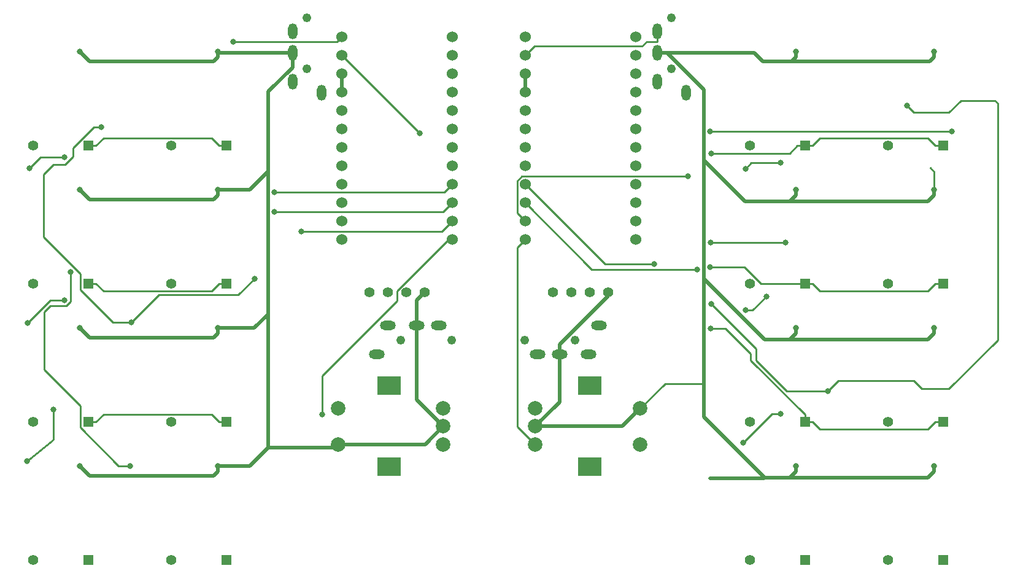
<source format=gbr>
G04 #@! TF.GenerationSoftware,KiCad,Pcbnew,(5.1.12)-1*
G04 #@! TF.CreationDate,2022-04-06T18:15:02+09:00*
G04 #@! TF.ProjectId,chervil8or,63686572-7669-46c3-986f-722e6b696361,rev?*
G04 #@! TF.SameCoordinates,Original*
G04 #@! TF.FileFunction,Copper,L1,Top*
G04 #@! TF.FilePolarity,Positive*
%FSLAX46Y46*%
G04 Gerber Fmt 4.6, Leading zero omitted, Abs format (unit mm)*
G04 Created by KiCad (PCBNEW (5.1.12)-1) date 2022-04-06 18:15:02*
%MOMM*%
%LPD*%
G01*
G04 APERTURE LIST*
G04 #@! TA.AperFunction,ComponentPad*
%ADD10C,1.397000*%
G04 #@! TD*
G04 #@! TA.AperFunction,ComponentPad*
%ADD11R,1.397000X1.397000*%
G04 #@! TD*
G04 #@! TA.AperFunction,ComponentPad*
%ADD12C,1.524000*%
G04 #@! TD*
G04 #@! TA.AperFunction,ComponentPad*
%ADD13C,2.000000*%
G04 #@! TD*
G04 #@! TA.AperFunction,ComponentPad*
%ADD14R,3.200000X2.500000*%
G04 #@! TD*
G04 #@! TA.AperFunction,ComponentPad*
%ADD15O,2.200000X1.300000*%
G04 #@! TD*
G04 #@! TA.AperFunction,WasherPad*
%ADD16C,1.210000*%
G04 #@! TD*
G04 #@! TA.AperFunction,ComponentPad*
%ADD17O,1.300000X2.200000*%
G04 #@! TD*
G04 #@! TA.AperFunction,ViaPad*
%ADD18C,0.800000*%
G04 #@! TD*
G04 #@! TA.AperFunction,Conductor*
%ADD19C,0.250000*%
G04 #@! TD*
G04 #@! TA.AperFunction,Conductor*
%ADD20C,0.500000*%
G04 #@! TD*
G04 APERTURE END LIST*
D10*
X15240000Y-66079600D03*
D11*
X22860000Y-66079600D03*
D10*
X114062000Y-47029600D03*
D11*
X121682000Y-47029600D03*
D10*
X114062000Y-8929700D03*
D11*
X121682000Y-8929700D03*
D10*
X114062000Y-66079600D03*
D11*
X121682000Y-66079600D03*
D10*
X114062000Y-27979700D03*
D11*
X121682000Y-27979700D03*
D10*
X95011800Y-47029600D03*
D11*
X102631800Y-47029600D03*
D10*
X95011800Y-8929700D03*
D11*
X102631800Y-8929700D03*
D10*
X95011800Y-66079600D03*
D11*
X102631800Y-66079600D03*
D10*
X95011800Y-27979700D03*
D11*
X102631800Y-27979700D03*
D12*
X79275800Y6064300D03*
X79275800Y3524300D03*
X79275800Y984300D03*
X79275800Y-1555700D03*
X79275800Y-4095700D03*
X79275800Y-6635700D03*
X79275800Y-9175700D03*
X79275800Y-11715700D03*
X79275800Y-14255700D03*
X79275800Y-16795700D03*
X79275800Y-19335700D03*
X79275800Y-21875700D03*
X64035800Y-21875700D03*
X64035800Y-19335700D03*
X64035800Y-16795700D03*
X64035800Y-14255700D03*
X64035800Y-11715700D03*
X64035800Y-9175700D03*
X64035800Y-6635700D03*
X64035800Y-4095700D03*
X64035800Y-1555700D03*
X64035800Y984300D03*
X64035800Y3524300D03*
X64035800Y6064300D03*
X53975000Y6064300D03*
X53975000Y3524300D03*
X53975000Y984300D03*
X53975000Y-1555700D03*
X53975000Y-4095700D03*
X53975000Y-6635700D03*
X53975000Y-9175700D03*
X53975000Y-11715700D03*
X53975000Y-14255700D03*
X53975000Y-16795700D03*
X53975000Y-19335700D03*
X53975000Y-21875700D03*
X38735000Y-21875700D03*
X38735000Y-19335700D03*
X38735000Y-16795700D03*
X38735000Y-14255700D03*
X38735000Y-11715700D03*
X38735000Y-9175700D03*
X38735000Y-6635700D03*
X38735000Y-4095700D03*
X38735000Y-1555700D03*
X38735000Y984300D03*
X38735000Y3524300D03*
X38735000Y6064300D03*
D13*
X79925700Y-50125000D03*
X79925700Y-45125000D03*
D14*
X72925700Y-53225000D03*
X72925700Y-42025000D03*
D13*
X65425700Y-50125000D03*
X65425700Y-47625000D03*
X65425700Y-45125000D03*
X38243800Y-45125000D03*
X38243800Y-50125000D03*
D14*
X45243800Y-42025000D03*
X45243800Y-53225000D03*
D13*
X52743800Y-45125000D03*
X52743800Y-47625000D03*
X52743800Y-50125000D03*
D10*
X75485600Y-29170300D03*
X72945600Y-29170300D03*
X70405600Y-29170300D03*
X67865600Y-29170300D03*
X50184800Y-29170300D03*
X47644800Y-29170300D03*
X45104800Y-29170300D03*
X42564800Y-29170300D03*
D15*
X68760900Y-37718700D03*
X65760900Y-37718700D03*
X74260900Y-33718700D03*
X72760900Y-37718700D03*
D16*
X63960900Y-35718700D03*
X70960900Y-35718700D03*
D17*
X82236600Y3867200D03*
X82236600Y6867200D03*
X86236600Y-1632800D03*
X82236600Y-132800D03*
D16*
X84236600Y8667200D03*
X84236600Y1667200D03*
D15*
X49110900Y-33718700D03*
X52110900Y-33718700D03*
X43610900Y-37718700D03*
X45110900Y-33718700D03*
D16*
X53910900Y-35718700D03*
X46910900Y-35718700D03*
D17*
X31932800Y3867200D03*
X31932800Y6867200D03*
X35932800Y-1632800D03*
X31932800Y-132800D03*
D16*
X33932800Y8667200D03*
X33932800Y1667200D03*
D10*
X15240000Y-47029600D03*
D11*
X22860000Y-47029600D03*
X22860000Y-8929700D03*
D10*
X15240000Y-8929700D03*
X15240000Y-27979700D03*
D11*
X22860000Y-27979700D03*
D10*
X-3810000Y-47029600D03*
D11*
X3810000Y-47029600D03*
D10*
X-3810000Y-8929700D03*
D11*
X3810000Y-8929700D03*
D10*
X-3810000Y-66079600D03*
D11*
X3810000Y-66079600D03*
D10*
X-3810000Y-27979700D03*
D11*
X3810000Y-27979700D03*
D18*
X36045600Y-45997500D03*
X9513500Y-53092000D03*
X1335700Y-26359100D03*
X33143200Y-20788300D03*
X26693400Y-27238100D03*
X5546700Y-6327500D03*
X9743900Y-33251700D03*
X29466000Y-18065700D03*
X29446900Y-15372100D03*
X89721200Y-9968000D03*
X86520900Y-13168300D03*
X89636700Y-22241100D03*
X99992600Y-22294800D03*
X89564300Y-25629600D03*
X87766600Y-25986800D03*
X89636700Y-34119300D03*
X81837200Y-25255400D03*
X89721200Y-30785500D03*
X116731500Y-3441900D03*
X105821900Y-42790200D03*
X89555700Y-6937000D03*
X122912800Y-6937000D03*
X2600000Y-53137500D03*
X21650000Y-53137500D03*
X2600000Y-34087500D03*
X21650000Y-34087500D03*
X2600000Y-15037500D03*
X21650000Y-15037500D03*
X2600000Y4012500D03*
X21650000Y4012500D03*
X49501400Y-7242100D03*
X120472000Y-53137500D03*
X101422000Y-53137500D03*
X120472000Y-34087500D03*
X101422000Y-34087500D03*
X120472000Y-15037500D03*
X101422000Y-15037500D03*
X120472000Y4012500D03*
X101422000Y4012500D03*
X23779800Y5367200D03*
X-1054200Y-45321900D03*
X-4652000Y-52387456D03*
X475700Y-30221300D03*
X-4577400Y-33355900D03*
X475700Y-10545600D03*
X-4375300Y-12078300D03*
X99297600Y-45923300D03*
X94143100Y-49880200D03*
X97319800Y-29716100D03*
X94446600Y-31629500D03*
X99297600Y-11317300D03*
X94446600Y-12090300D03*
D19*
X3810000Y-8929700D02*
X4833800Y-8929700D01*
X22860000Y-8929700D02*
X21836200Y-8929700D01*
X21836200Y-8929700D02*
X20812400Y-7905900D01*
X20812400Y-7905900D02*
X5857600Y-7905900D01*
X5857600Y-7905900D02*
X4833800Y-8929700D01*
X36045600Y-45997500D02*
X36045600Y-40622800D01*
X36045600Y-40622800D02*
X46374800Y-30293600D01*
X46374800Y-30293600D02*
X46374800Y-28977200D01*
X46374800Y-28977200D02*
X53476300Y-21875700D01*
X53476300Y-21875700D02*
X53975000Y-21875700D01*
X1335700Y-26359100D02*
X1335700Y-30392700D01*
X1335700Y-30392700D02*
X766300Y-30962100D01*
X766300Y-30962100D02*
X-1434800Y-30962100D01*
X-1434800Y-30962100D02*
X-2333600Y-31860900D01*
X-2333600Y-31860900D02*
X-2333600Y-39822000D01*
X-2333600Y-39822000D02*
X2641400Y-44797000D01*
X2641400Y-44797000D02*
X2641400Y-47764100D01*
X2641400Y-47764100D02*
X7969300Y-53092000D01*
X7969300Y-53092000D02*
X9513500Y-53092000D01*
X3810000Y-27979700D02*
X4833800Y-27979700D01*
X22860000Y-27979700D02*
X21836200Y-27979700D01*
X21836200Y-27979700D02*
X20812400Y-29003500D01*
X20812400Y-29003500D02*
X5857600Y-29003500D01*
X5857600Y-29003500D02*
X4833800Y-27979700D01*
X22860000Y-47029600D02*
X21836200Y-47029600D01*
X3810000Y-47029600D02*
X4833800Y-47029600D01*
X4833800Y-47029600D02*
X5857600Y-46005800D01*
X5857600Y-46005800D02*
X20812400Y-46005800D01*
X20812400Y-46005800D02*
X21836200Y-47029600D01*
X33143200Y-20788300D02*
X52522400Y-20788300D01*
X52522400Y-20788300D02*
X53975000Y-19335700D01*
X9743900Y-33251700D02*
X13534000Y-29461600D01*
X13534000Y-29461600D02*
X24469900Y-29461600D01*
X24469900Y-29461600D02*
X26693400Y-27238100D01*
X5546700Y-6327500D02*
X4532900Y-6327500D01*
X4532900Y-6327500D02*
X1624800Y-9235600D01*
X1624800Y-9235600D02*
X1624800Y-10437200D01*
X1624800Y-10437200D02*
X534400Y-11527600D01*
X534400Y-11527600D02*
X-1059500Y-11527600D01*
X-1059500Y-11527600D02*
X-2407100Y-12875200D01*
X-2407100Y-12875200D02*
X-2407100Y-21539000D01*
X-2407100Y-21539000D02*
X2685600Y-26631700D01*
X2685600Y-26631700D02*
X2685600Y-28785600D01*
X2685600Y-28785600D02*
X7151700Y-33251700D01*
X7151700Y-33251700D02*
X9743900Y-33251700D01*
X53975000Y-16795700D02*
X52705000Y-18065700D01*
X52705000Y-18065700D02*
X29466000Y-18065700D01*
X53975000Y-14255700D02*
X52858600Y-15372100D01*
X52858600Y-15372100D02*
X29446900Y-15372100D01*
X102631800Y-8929700D02*
X101608000Y-8929700D01*
X64035800Y-19335700D02*
X62923000Y-18222900D01*
X62923000Y-18222900D02*
X62923000Y-13796800D01*
X62923000Y-13796800D02*
X63551500Y-13168300D01*
X63551500Y-13168300D02*
X86520900Y-13168300D01*
X101608000Y-8929700D02*
X100569700Y-9968000D01*
X100569700Y-9968000D02*
X89721200Y-9968000D01*
X103655600Y-8929700D02*
X104679400Y-7905900D01*
X104679400Y-7905900D02*
X119634400Y-7905900D01*
X119634400Y-7905900D02*
X120658200Y-8929700D01*
X121682000Y-8929700D02*
X120658200Y-8929700D01*
X102631800Y-8929700D02*
X103655600Y-8929700D01*
X89636700Y-22241100D02*
X99938900Y-22241100D01*
X99938900Y-22241100D02*
X99992600Y-22294800D01*
X64035800Y-16795700D02*
X73226900Y-25986800D01*
X73226900Y-25986800D02*
X87766600Y-25986800D01*
X102631800Y-27979700D02*
X96609300Y-27979700D01*
X96609300Y-27979700D02*
X94259200Y-25629600D01*
X94259200Y-25629600D02*
X89564300Y-25629600D01*
X102631800Y-27979700D02*
X103655600Y-27979700D01*
X103655600Y-27979700D02*
X104679400Y-29003500D01*
X104679400Y-29003500D02*
X119634400Y-29003500D01*
X119634400Y-29003500D02*
X120658200Y-27979700D01*
X121682000Y-27979700D02*
X120658200Y-27979700D01*
X81837200Y-25255400D02*
X75035500Y-25255400D01*
X75035500Y-25255400D02*
X64035800Y-14255700D01*
X102631800Y-47029600D02*
X102631800Y-46005800D01*
X89636700Y-34119300D02*
X91641500Y-34119300D01*
X91641500Y-34119300D02*
X95133200Y-37611000D01*
X95133200Y-37611000D02*
X95133200Y-38507200D01*
X95133200Y-38507200D02*
X102631800Y-46005800D01*
X102631800Y-47029600D02*
X103655600Y-47029600D01*
X103655600Y-47029600D02*
X104679400Y-48053400D01*
X104679400Y-48053400D02*
X119634400Y-48053400D01*
X119634400Y-48053400D02*
X120658200Y-47029600D01*
X121682000Y-47029600D02*
X120658200Y-47029600D01*
X116731500Y-3441900D02*
X117662400Y-4372800D01*
X117662400Y-4372800D02*
X122512200Y-4372800D01*
X122512200Y-4372800D02*
X124179900Y-2705100D01*
X124179900Y-2705100D02*
X128856300Y-2705100D01*
X128856300Y-2705100D02*
X129236000Y-3084800D01*
X129236000Y-3084800D02*
X129236000Y-35732700D01*
X129236000Y-35732700D02*
X122493300Y-42475400D01*
X122493300Y-42475400D02*
X118777800Y-42475400D01*
X118777800Y-42475400D02*
X117633700Y-41331300D01*
X117633700Y-41331300D02*
X107280800Y-41331300D01*
X107280800Y-41331300D02*
X105821900Y-42790200D01*
X105821900Y-42790200D02*
X100165100Y-42790200D01*
X100165100Y-42790200D02*
X95896200Y-38521300D01*
X95896200Y-38521300D02*
X95896200Y-36960500D01*
X95896200Y-36960500D02*
X89721200Y-30785500D01*
X122912800Y-6937000D02*
X89555700Y-6937000D01*
D20*
X49110900Y-33718700D02*
X49110900Y-30244200D01*
X49110900Y-30244200D02*
X50184800Y-29170300D01*
X52743800Y-47625000D02*
X49110900Y-43992100D01*
X49110900Y-43992100D02*
X49110900Y-33718700D01*
X38243800Y-50125000D02*
X50243800Y-50125000D01*
X50243800Y-50125000D02*
X52743800Y-47625000D01*
X28575000Y-50601500D02*
X37767300Y-50601500D01*
X37767300Y-50601500D02*
X38243800Y-50125000D01*
X21650000Y-53137500D02*
X21650000Y-53858800D01*
X21650000Y-53858800D02*
X21011300Y-54497500D01*
X21011300Y-54497500D02*
X3960000Y-54497500D01*
X3960000Y-54497500D02*
X2600000Y-53137500D01*
X28575000Y-50601500D02*
X26039000Y-53137500D01*
X26039000Y-53137500D02*
X21650000Y-53137500D01*
X28575000Y-32146800D02*
X28575000Y-50601500D01*
X21650000Y-34087500D02*
X21650000Y-34808800D01*
X21650000Y-34808800D02*
X21011300Y-35447500D01*
X21011300Y-35447500D02*
X3960000Y-35447500D01*
X3960000Y-35447500D02*
X2600000Y-34087500D01*
X28575000Y-12501600D02*
X28575000Y-32146800D01*
X28575000Y-32146800D02*
X26634300Y-34087500D01*
X26634300Y-34087500D02*
X21650000Y-34087500D01*
X21650000Y-15037500D02*
X21650000Y-15758800D01*
X21650000Y-15758800D02*
X21011300Y-16397500D01*
X21011300Y-16397500D02*
X3960000Y-16397500D01*
X3960000Y-16397500D02*
X2600000Y-15037500D01*
X28575000Y-12501600D02*
X26039000Y-15037500D01*
X26039000Y-15037500D02*
X21650000Y-15037500D01*
X31932800Y3867200D02*
X31932800Y1872900D01*
X31932800Y1872900D02*
X28575000Y-1485000D01*
X28575000Y-1485000D02*
X28575000Y-12501600D01*
X21650000Y4012500D02*
X21650000Y3291200D01*
X21650000Y3291200D02*
X21011300Y2652500D01*
X21011300Y2652500D02*
X3960000Y2652500D01*
X3960000Y2652500D02*
X2600000Y4012500D01*
X31932800Y3867200D02*
X21795300Y3867200D01*
X21795300Y3867200D02*
X21650000Y4012500D01*
X38735000Y984300D02*
X38735000Y-1555700D01*
D19*
X38735000Y3524300D02*
X49501400Y-7242100D01*
X119902600Y-11984400D02*
X120472000Y-12553800D01*
X120472000Y-12553800D02*
X120472000Y-15037500D01*
X88701500Y-41720800D02*
X83329900Y-41720800D01*
X83329900Y-41720800D02*
X79925700Y-45125000D01*
D20*
X88701500Y-41720800D02*
X88701500Y-46338400D01*
X88701500Y-46338400D02*
X97063100Y-54700000D01*
X88701500Y-27288400D02*
X88701500Y-41720800D01*
X65425700Y-47625000D02*
X77425700Y-47625000D01*
X77425700Y-47625000D02*
X79925700Y-45125000D01*
X82236600Y3867200D02*
X83598000Y3867200D01*
X68760900Y-37718700D02*
X68760900Y-36357300D01*
X68760900Y-36357300D02*
X75485600Y-29632600D01*
X75485600Y-29632600D02*
X75485600Y-29170300D01*
X65425700Y-47625000D02*
X68760900Y-44289800D01*
X68760900Y-44289800D02*
X68760900Y-37718700D01*
X89569400Y-54768700D02*
X96994400Y-54768700D01*
X96994400Y-54768700D02*
X97063100Y-54700000D01*
X100581000Y-54700000D02*
X119631000Y-54700000D01*
X119631000Y-54700000D02*
X120472000Y-53858800D01*
X120472000Y-53858800D02*
X120472000Y-53137500D01*
X100581000Y-54700000D02*
X101422000Y-53858800D01*
X101422000Y-53858800D02*
X101422000Y-53137500D01*
X97063100Y-54700000D02*
X100581000Y-54700000D01*
X100581000Y-35650000D02*
X119631000Y-35650000D01*
X119631000Y-35650000D02*
X120472000Y-34808800D01*
X120472000Y-34808800D02*
X120472000Y-34087500D01*
X88701500Y-10909500D02*
X88701500Y-27288400D01*
X88701500Y-27288400D02*
X97063100Y-35650000D01*
X97063100Y-35650000D02*
X100581000Y-35650000D01*
X100581000Y-35650000D02*
X101422000Y-34808800D01*
X101422000Y-34808800D02*
X101422000Y-34087500D01*
X100581000Y-16600000D02*
X119631000Y-16600000D01*
X119631000Y-16600000D02*
X120472000Y-15758800D01*
X120472000Y-15758800D02*
X120472000Y-15037500D01*
X82236600Y3867200D02*
X83598000Y3867200D01*
X83598000Y3867200D02*
X88701500Y-1236300D01*
X88701500Y-1236300D02*
X88701500Y-10909500D01*
X88701500Y-10909500D02*
X94391900Y-16600000D01*
X94391900Y-16600000D02*
X100581000Y-16600000D01*
X100581000Y-16600000D02*
X101422000Y-15758800D01*
X101422000Y-15758800D02*
X101422000Y-15037500D01*
X100783000Y2652500D02*
X119833000Y2652500D01*
X119833000Y2652500D02*
X120472000Y3291200D01*
X120472000Y3291200D02*
X120472000Y4012500D01*
X83598000Y3867200D02*
X95645900Y3867200D01*
X95645900Y3867200D02*
X96860600Y2652500D01*
X96860600Y2652500D02*
X100783000Y2652500D01*
X100783000Y2652500D02*
X101422000Y3291200D01*
X101422000Y3291200D02*
X101422000Y4012500D01*
X64035800Y-1555700D02*
X64035800Y984300D01*
D19*
X82236600Y6867200D02*
X82236600Y5441900D01*
X82236600Y5441900D02*
X80811300Y5441900D01*
X80811300Y5441900D02*
X80163700Y4794300D01*
X80163700Y4794300D02*
X65305800Y4794300D01*
X65305800Y4794300D02*
X64035800Y3524300D01*
X38735000Y6064300D02*
X38037900Y5367200D01*
X38037900Y5367200D02*
X23779800Y5367200D01*
X-1054200Y-49500000D02*
X-1054200Y-45321900D01*
X-4652000Y-52387456D02*
X-1054200Y-49500000D01*
X-4577400Y-33355900D02*
X-1442800Y-30221300D01*
X-1442800Y-30221300D02*
X475700Y-30221300D01*
X475700Y-10545600D02*
X-2842600Y-10545600D01*
X-2842600Y-10545600D02*
X-4375300Y-12078300D01*
X94143100Y-49880200D02*
X98100000Y-45923300D01*
X98100000Y-45923300D02*
X99297600Y-45923300D01*
X97319800Y-29716100D02*
X95406400Y-31629500D01*
X95406400Y-31629500D02*
X94446600Y-31629500D01*
X99297600Y-11317300D02*
X95219600Y-11317300D01*
X95219600Y-11317300D02*
X94446600Y-12090300D01*
X65425700Y-50125000D02*
X62989200Y-47688500D01*
X62989200Y-47688500D02*
X62989200Y-22922300D01*
X62989200Y-22922300D02*
X64035800Y-21875700D01*
M02*

</source>
